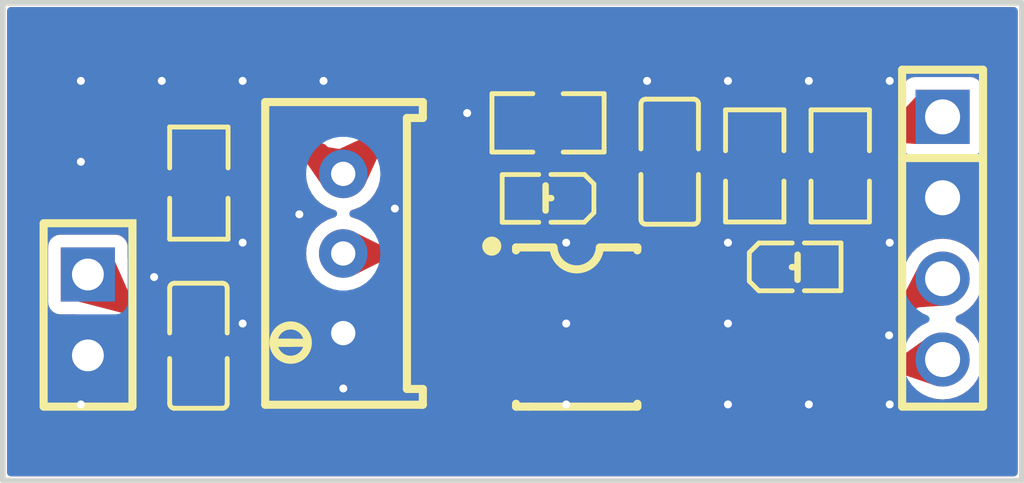
<source format=kicad_pcb>
(kicad_pcb (version 20240108) (generator "pcbnew") (generator_version "8.0")
  (layers (0 "F.Cu" signal) (31 "B.Cu" signal) (34 "B.Paste" user) (35 "F.Paste" user) (36 "B.SilkS" user "B.Silkscreen") (37 "F.SilkS" user "F.Silkscreen") (38 "B.Mask" user) (39 "F.Mask" user) (44 "Edge.Cuts" user))
  (net 0 "")
  (net 1 "GND")
  (net 2 "VCC")
  (net 6 "/LM393_INAP")
  (net 7 "/LED3_K")
  (net 8 "/LM393_OUTA")
  (net 9 "/LED2_K")
  (net 10 "/LM393_INAN")
  (footprint "jlc_library:Common_Library:R0805" (layer "F.Cu") (at 89.374916 65.23 90)
    (property "Reference" "R1" (hide yes))
    (property "Value" "10KΩ" (hide yes))
    (fp_line (start 1.761 -0.917) (end 0.476 -0.917) (stroke (width 0.1525)) (layer "F.SilkS"))
    (fp_line (start -1.761 -0.917) (end -0.476 -0.917) (stroke (width 0.1525)) (layer "F.SilkS"))
    (fp_line (start 1.761 0.917) (end 1.761 -0.917) (stroke (width 0.1525)) (layer "F.SilkS"))
    (fp_line (start 0.476 0.917) (end 1.761 0.917) (stroke (width 0.1525)) (layer "F.SilkS"))
    (fp_line (start -0.476 0.917) (end -1.761 0.917) (stroke (width 0.1525)) (layer "F.SilkS"))
    (fp_line (start -1.761 0.917) (end -1.761 -0.917) (stroke (width 0.1525)) (layer "F.SilkS"))
    (pad "1" smd rect (at -1 0 90) (size 1.1325 1.377) (layers "F.Cu" "F.Paste" "F.Mask") (net 6 "/LM393_INAP"))
    (pad "2" smd rect (at 1 0 90) (size 1.1325 1.377) (layers "F.Cu" "F.Paste" "F.Mask") (net 2 "VCC"))
  )
  (footprint "jlc_library:Common_Library:R0805" (layer "F.Cu") (at 106.831 64.69 90)
    (property "Reference" "R3" (hide yes))
    (property "Value" "10KΩ" (hide yes))
    (fp_line (start 1.761 -0.917) (end 0.476 -0.917) (stroke (width 0.1525)) (layer "F.SilkS"))
    (fp_line (start -1.761 -0.917) (end -0.476 -0.917) (stroke (width 0.1525)) (layer "F.SilkS"))
    (fp_line (start 1.761 0.917) (end 1.761 -0.917) (stroke (width 0.1525)) (layer "F.SilkS"))
    (fp_line (start 0.476 0.917) (end 1.761 0.917) (stroke (width 0.1525)) (layer "F.SilkS"))
    (fp_line (start -0.476 0.917) (end -1.761 0.917) (stroke (width 0.1525)) (layer "F.SilkS"))
    (fp_line (start -1.761 0.917) (end -1.761 -0.917) (stroke (width 0.1525)) (layer "F.SilkS"))
    (pad "1" smd rect (at -1 0 90) (size 1.1325 1.377) (layers "F.Cu" "F.Paste" "F.Mask") (net 8 "/LM393_OUTA"))
    (pad "2" smd rect (at 1 0 90) (size 1.1325 1.377) (layers "F.Cu" "F.Paste" "F.Mask") (net 2 "VCC"))
  )
  (footprint "jlc_library:Common_Library:RES-ADJ-TH_3P-L10.0-W10.0-P2.50-L" (layer "F.Cu") (at 93.908332 67.44 90)
    (property "Reference" "R2" (hide yes))
    (property "Value" "10kΩ" (hide yes))
    (fp_line (start -4.75 -2.45) (end 4.75 -2.45) (stroke (width 0.254)) (layer "F.SilkS"))
    (fp_line (start -4.75 -2.45) (end -4.75 2.45) (stroke (width 0.254)) (layer "F.SilkS"))
    (fp_line (start -2.804 -2.032) (end -2.804 -1.651) (stroke (width 0.254)) (layer "F.SilkS"))
    (fp_line (start -2.804 -1.651) (end -2.804 -2.032) (stroke (width 0.254)) (layer "F.SilkS"))
    (fp_line (start -2.804 -1.27) (end -2.804 -1.651) (stroke (width 0.254)) (layer "F.SilkS"))
    (fp_line (start 4.255 2) (end 4.255 2.5) (stroke (width 0.254)) (layer "F.SilkS"))
    (fp_line (start -4.255 2) (end 4.255 2) (stroke (width 0.254)) (layer "F.SilkS"))
    (fp_line (start 4.7555 2.45) (end 4.7555 -2.45) (stroke (width 0.254)) (layer "F.SilkS"))
    (fp_line (start -4.75 2.45) (end -4.75 2.5) (stroke (width 0.254)) (layer "F.SilkS"))
    (fp_line (start 4.7555 2.5) (end 4.7555 2.45) (stroke (width 0.254)) (layer "F.SilkS"))
    (fp_line (start 4.255 2.5) (end 4.7555 2.5) (stroke (width 0.254)) (layer "F.SilkS"))
    (fp_line (start -4.255 2.5) (end -4.255 2) (stroke (width 0.254)) (layer "F.SilkS"))
    (fp_line (start -4.75 2.5) (end -4.255 2.5) (stroke (width 0.254)) (layer "F.SilkS"))
    (fp_arc (start -2.794 -2.1895) (mid -2.799 -1.111477) (end -2.804 -2.1895) (stroke (width 0.254)) (layer "F.SilkS"))
    (pad "1" thru_hole circle (at -2.5 0 90) (size 1.524 1.524) (drill 0.762) (layers "*.Cu" "*.Mask") (net 1 "GND"))
    (pad "2" thru_hole circle (at 0 0 90) (size 1.524 1.524) (drill 0.762) (layers "*.Cu" "*.Mask") (net 10 "/LM393_INAN"))
    (pad "3" thru_hole circle (at 2.5 0 90) (size 1.524 1.524) (drill 0.762) (layers "*.Cu" "*.Mask") (net 2 "VCC"))
  )
  (footprint "jlc_library:Common_Library:C0805" (layer "F.Cu") (at 104.16 64.55775 -90)
    (property "Reference" "C2" (hide yes))
    (property "Value" "100nF/X7R" (hide yes))
    (fp_line (start -0.401 0.9035) (end -1.811 0.9035) (stroke (width 0.1525)) (layer "F.SilkS"))
    (fp_line (start 0.401 0.9035) (end 1.811 0.9035) (stroke (width 0.1525)) (layer "F.SilkS"))
    (fp_line (start -1.9635 0.751) (end -1.9635 -0.751) (stroke (width 0.1525)) (layer "F.SilkS"))
    (fp_line (start 1.9635 0.751) (end 1.9635 -0.751) (stroke (width 0.1525)) (layer "F.SilkS"))
    (fp_line (start -1.811 -0.9035) (end -0.401 -0.9035) (stroke (width 0.1525)) (layer "F.SilkS"))
    (fp_line (start 1.811 -0.9035) (end 0.401 -0.9035) (stroke (width 0.1525)) (layer "F.SilkS"))
    (fp_arc (start -1.811 0.9035) (mid -1.918834 0.858834) (end -1.9635 0.751) (stroke (width 0.1525)) (layer "F.SilkS"))
    (fp_arc (start 1.9635 0.751) (mid 1.918834 0.858834) (end 1.811 0.9035) (stroke (width 0.1525)) (layer "F.SilkS"))
    (fp_arc (start -1.9635 -0.751) (mid -1.918834 -0.858834) (end -1.811 -0.9035) (stroke (width 0.1525)) (layer "F.SilkS"))
    (fp_arc (start 1.811 -0.9035) (mid 1.918834 -0.858834) (end 1.9635 -0.751) (stroke (width 0.1525)) (layer "F.SilkS"))
    (pad "1" smd rect (at -1 0 270) (size 1.41 1.35) (layers "F.Cu" "F.Paste" "F.Mask") (net 1 "GND"))
    (pad "2" smd rect (at 1 0 270) (size 1.41 1.35) (layers "F.Cu" "F.Paste" "F.Mask") (net 2 "VCC"))
  )
  (footprint "jlc_library:Common_Library:LED0603-R-RD" (layer "F.Cu") (at 108.1 67.86)
    (property "Reference" "LED1" (hide yes))
    (property "Value" "~" (hide yes))
    (fp_line (start -1.44 -0.449) (end -1.14 -0.749) (stroke (width 0.15)) (layer "F.SilkS"))
    (fp_line (start -1.44 -0.349) (end -1.44 -0.449) (stroke (width 0.15)) (layer "F.SilkS"))
    (fp_line (start -1.44 -0.349) (end -1.44 0.351) (stroke (width 0.15)) (layer "F.SilkS"))
    (fp_line (start -1.44 0.351) (end -1.44 0.451) (stroke (width 0.15)) (layer "F.SilkS"))
    (fp_line (start -1.44 0.451) (end -1.14 0.751) (stroke (width 0.15)) (layer "F.SilkS"))
    (fp_line (start -0.09 -0.749) (end -1.14 -0.749) (stroke (width 0.15)) (layer "F.SilkS"))
    (fp_line (start -0.09 0.751) (end -1.14 0.751) (stroke (width 0.15)) (layer "F.SilkS"))
    (fp_line (start 0.076 0.008) (end -0.099 0.008) (stroke (width 0.203)) (layer "F.SilkS"))
    (fp_line (start 0.076 0.4065) (end 0.076 -0.381) (stroke (width 0.203)) (layer "F.SilkS"))
    (fp_line (start 0.29 -0.751) (end 1.44 -0.751) (stroke (width 0.15)) (layer "F.SilkS"))
    (fp_line (start 0.29 0.749) (end 1.44 0.749) (stroke (width 0.15)) (layer "F.SilkS"))
    (fp_line (start 1.44 -0.751) (end 1.44 0.729) (stroke (width 0.15)) (layer "F.SilkS"))
    (pad "1" smd rect (at 0.851 0 90) (size 0.8 0.8) (layers "F.Cu" "F.Paste" "F.Mask") (net 7 "/LED3_K"))
    (pad "2" smd rect (at -0.851 0 90) (size 0.8 0.8) (layers "F.Cu" "F.Paste" "F.Mask") (net 8 "/LM393_OUTA"))
  )
  (footprint "jlc_library:Common_Library:C0805" (layer "F.Cu") (at 89.361416 70.33725 90)
    (property "Reference" "C1" (hide yes))
    (property "Value" "100nF/X7R" (hide yes))
    (fp_line (start 1.811 -0.9035) (end 0.401 -0.9035) (stroke (width 0.1525)) (layer "F.SilkS"))
    (fp_line (start -1.811 -0.9035) (end -0.401 -0.9035) (stroke (width 0.1525)) (layer "F.SilkS"))
    (fp_line (start 1.9635 0.751) (end 1.9635 -0.751) (stroke (width 0.1525)) (layer "F.SilkS"))
    (fp_line (start -1.9635 0.751) (end -1.9635 -0.751) (stroke (width 0.1525)) (layer "F.SilkS"))
    (fp_line (start 0.401 0.9035) (end 1.811 0.9035) (stroke (width 0.1525)) (layer "F.SilkS"))
    (fp_line (start -0.401 0.9035) (end -1.811 0.9035) (stroke (width 0.1525)) (layer "F.SilkS"))
    (fp_arc (start 1.811 -0.9035) (mid 1.918834 -0.858834) (end 1.9635 -0.751) (stroke (width 0.1525)) (layer "F.SilkS"))
    (fp_arc (start -1.9635 -0.751) (mid -1.918834 -0.858834) (end -1.811 -0.9035) (stroke (width 0.1525)) (layer "F.SilkS"))
    (fp_arc (start 1.9635 0.751) (mid 1.918834 0.858834) (end 1.811 0.9035) (stroke (width 0.1525)) (layer "F.SilkS"))
    (fp_arc (start -1.811 0.9035) (mid -1.918834 0.858834) (end -1.9635 0.751) (stroke (width 0.1525)) (layer "F.SilkS"))
    (pad "1" smd rect (at -1 0 90) (size 1.41 1.35) (layers "F.Cu" "F.Paste" "F.Mask") (net 1 "GND"))
    (pad "2" smd rect (at 1 0 90) (size 1.41 1.35) (layers "F.Cu" "F.Paste" "F.Mask") (net 6 "/LM393_INAP"))
  )
  (footprint "jlc_library:Common_Library:R0805" (layer "F.Cu") (at 100.34 63.33875)
    (property "Reference" "R5" (hide yes))
    (property "Value" "1KΩ" (hide yes))
    (fp_line (start -1.761 -0.917) (end -0.476 -0.917) (stroke (width 0.1525)) (layer "F.SilkS"))
    (fp_line (start -1.761 0.917) (end -1.761 -0.917) (stroke (width 0.1525)) (layer "F.SilkS"))
    (fp_line (start -0.476 0.917) (end -1.761 0.917) (stroke (width 0.1525)) (layer "F.SilkS"))
    (fp_line (start 0.476 0.917) (end 1.761 0.917) (stroke (width 0.1525)) (layer "F.SilkS"))
    (fp_line (start 1.761 -0.917) (end 0.476 -0.917) (stroke (width 0.1525)) (layer "F.SilkS"))
    (fp_line (start 1.761 0.917) (end 1.761 -0.917) (stroke (width 0.1525)) (layer "F.SilkS"))
    (pad "1" smd rect (at -1 0) (size 1.1325 1.377) (layers "F.Cu" "F.Paste" "F.Mask") (net 9 "/LED2_K"))
    (pad "2" smd rect (at 1 0) (size 1.1325 1.377) (layers "F.Cu" "F.Paste" "F.Mask") (net 2 "VCC"))
  )
  (footprint "jlc_library:Common_Library:SOIC-8_L5.0-W4.0-P1.27-LS6.0-BL" (layer "F.Cu") (at 101.24 69.75 -90)
    (property "Reference" "U1" (hide yes))
    (property "Value" "~" (hide yes))
    (fp_line (start -2.5 1.905) (end -2.4085 1.905) (stroke (width 0.254)) (layer "F.SilkS"))
    (fp_line (start 2.5 1.905) (end 2.4085 1.905) (stroke (width 0.254)) (layer "F.SilkS"))
    (fp_line (start -2.5 1.5) (end -2.5 1.905) (stroke (width 0.254)) (layer "F.SilkS"))
    (fp_line (start -2.5 1.5) (end -2.5 0.7265) (stroke (width 0.254)) (layer "F.SilkS"))
    (fp_line (start 2.5 1.5) (end 2.5 1.905) (stroke (width 0.254)) (layer "F.SilkS"))
    (fp_line (start -2.5 -1.5) (end -2.5 -0.7265) (stroke (width 0.254)) (layer "F.SilkS"))
    (fp_line (start -2.5 -1.5) (end -2.5 -1.905) (stroke (width 0.254)) (layer "F.SilkS"))
    (fp_line (start 2.5 -1.5) (end 2.5 1.5) (stroke (width 0.254)) (layer "F.SilkS"))
    (fp_line (start 2.5 -1.5) (end 2.5 -1.905) (stroke (width 0.254)) (layer "F.SilkS"))
    (fp_line (start -2.5 -1.905) (end -2.4085 -1.905) (stroke (width 0.254)) (layer "F.SilkS"))
    (fp_line (start 2.5 -1.905) (end 2.4085 -1.905) (stroke (width 0.254)) (layer "F.SilkS"))
    (fp_arc (start -2.495 -0.7265) (mid -1.812112 0.002358) (end -2.5 0.7265) (stroke (width 0.254)) (layer "F.SilkS"))
    (fp_circle (center -2.54 2.667) (end -2.39 2.667) (stroke (width 0.3)) (fill none) (layer "F.SilkS"))
    (pad "1" smd oval (at -1.905 2.705 270) (size 0.5685 1.95) (layers "F.Cu" "F.Paste" "F.Mask") (net 8 "/LM393_OUTA"))
    (pad "2" smd oval (at -0.635 2.705 270) (size 0.5685 1.95) (layers "F.Cu" "F.Paste" "F.Mask") (net 10 "/LM393_INAN"))
    (pad "3" smd oval (at 0.635 2.705 270) (size 0.5685 1.95) (layers "F.Cu" "F.Paste" "F.Mask") (net 6 "/LM393_INAP"))
    (pad "4" smd oval (at 1.905 2.705 270) (size 0.5685 1.95) (layers "F.Cu" "F.Paste" "F.Mask") (net 1 "GND"))
    (pad "5" smd oval (at 1.905 -2.705 270) (size 0.5685 1.95) (layers "F.Cu" "F.Paste" "F.Mask"))
    (pad "6" smd oval (at 0.635 -2.705 270) (size 0.5685 1.95) (layers "F.Cu" "F.Paste" "F.Mask"))
    (pad "7" smd oval (at -0.635 -2.705 270) (size 0.5685 1.95) (layers "F.Cu" "F.Paste" "F.Mask"))
    (pad "8" smd oval (at -1.905 -2.705 270) (size 0.5685 1.95) (layers "F.Cu" "F.Paste" "F.Mask") (net 2 "VCC"))
  )
  (footprint "jlc_library:Common_Library:HDR-TH_2P-P2.54-V-F" (layer "F.Cu") (at 85.89 69.37 -90)
    (property "Reference" "H1" (hide yes))
    (property "Value" "~" (hide yes))
    (fp_rect (start -2.88 -1.4) (end 2.88 1.39) (stroke (width 0.254)) (fill none) (layer "F.SilkS"))
    (pad "1" thru_hole rect (at -1.27 0 270) (size 1.7 1.7) (drill 1) (layers "*.Cu" "*.Mask") (net 6 "/LM393_INAP"))
    (pad "2" thru_hole circle (at 1.27 0 270) (size 1.7 1.7) (drill 1) (layers "*.Cu" "*.Mask") (net 1 "GND"))
  )
  (footprint "jlc_library:Common_Library:LED0603-R-RD" (layer "F.Cu") (at 100.34 65.71 180)
    (property "Reference" "LED2" (hide yes))
    (property "Value" "~" (hide yes))
    (fp_line (start 1.44 -0.751) (end 1.44 0.729) (stroke (width 0.15)) (layer "F.SilkS"))
    (fp_line (start 0.29 0.749) (end 1.44 0.749) (stroke (width 0.15)) (layer "F.SilkS"))
    (fp_line (start 0.29 -0.751) (end 1.44 -0.751) (stroke (width 0.15)) (layer "F.SilkS"))
    (fp_line (start 0.076 0.4065) (end 0.076 -0.381) (stroke (width 0.203)) (layer "F.SilkS"))
    (fp_line (start 0.076 0.008) (end -0.099 0.008) (stroke (width 0.203)) (layer "F.SilkS"))
    (fp_line (start -0.09 0.751) (end -1.14 0.751) (stroke (width 0.15)) (layer "F.SilkS"))
    (fp_line (start -0.09 -0.749) (end -1.14 -0.749) (stroke (width 0.15)) (layer "F.SilkS"))
    (fp_line (start -1.44 0.451) (end -1.14 0.751) (stroke (width 0.15)) (layer "F.SilkS"))
    (fp_line (start -1.44 0.351) (end -1.44 0.451) (stroke (width 0.15)) (layer "F.SilkS"))
    (fp_line (start -1.44 -0.349) (end -1.44 0.351) (stroke (width 0.15)) (layer "F.SilkS"))
    (fp_line (start -1.44 -0.349) (end -1.44 -0.449) (stroke (width 0.15)) (layer "F.SilkS"))
    (fp_line (start -1.44 -0.449) (end -1.14 -0.749) (stroke (width 0.15)) (layer "F.SilkS"))
    (pad "1" smd rect (at 0.851 0 270) (size 0.8 0.8) (layers "F.Cu" "F.Paste" "F.Mask") (net 9 "/LED2_K"))
    (pad "2" smd rect (at -0.851 0 270) (size 0.8 0.8) (layers "F.Cu" "F.Paste" "F.Mask") (net 1 "GND"))
  )
  (footprint "jlc_library:Common_Library:R0805" (layer "F.Cu") (at 109.5155 64.69 90)
    (property "Reference" "R4" (hide yes))
    (property "Value" "1KΩ" (hide yes))
    (fp_line (start 1.761 -0.917) (end 0.476 -0.917) (stroke (width 0.1525)) (layer "F.SilkS"))
    (fp_line (start -1.761 -0.917) (end -0.476 -0.917) (stroke (width 0.1525)) (layer "F.SilkS"))
    (fp_line (start 1.761 0.917) (end 1.761 -0.917) (stroke (width 0.1525)) (layer "F.SilkS"))
    (fp_line (start 0.476 0.917) (end 1.761 0.917) (stroke (width 0.1525)) (layer "F.SilkS"))
    (fp_line (start -0.476 0.917) (end -1.761 0.917) (stroke (width 0.1525)) (layer "F.SilkS"))
    (fp_line (start -1.761 0.917) (end -1.761 -0.917) (stroke (width 0.1525)) (layer "F.SilkS"))
    (pad "1" smd rect (at -1 0 90) (size 1.1325 1.377) (layers "F.Cu" "F.Paste" "F.Mask") (net 7 "/LED3_K"))
    (pad "2" smd rect (at 1 0 90) (size 1.1325 1.377) (layers "F.Cu" "F.Paste" "F.Mask") (net 2 "VCC"))
  )
  (footprint "jlc_library:Common_Library:HDR-TH_4P-P2.54-V-F" (layer "F.Cu") (at 112.73 66.96 -90)
    (property "Reference" "H2" (hide yes))
    (property "Value" "~" (hide yes))
    (fp_line (start -5.29 1.27) (end 5.29 1.27) (stroke (width 0.254)) (layer "F.SilkS"))
    (fp_line (start -5.29 -1.27) (end -5.29 1.27) (stroke (width 0.254)) (layer "F.SilkS"))
    (fp_line (start -5.29 -1.27) (end 5.29 -1.27) (stroke (width 0.254)) (layer "F.SilkS"))
    (fp_line (start -2.5165 -1.27) (end -2.5165 1.27) (stroke (width 0.254)) (layer "F.SilkS"))
    (fp_line (start 5.29 -1.27) (end 5.29 1.27) (stroke (width 0.254)) (layer "F.SilkS"))
    (pad "1" thru_hole rect (at -3.81 0 270) (size 1.7 1.7) (drill 1.1) (layers "*.Cu" "*.Mask") (net 2 "VCC"))
    (pad "2" thru_hole circle (at -1.27 0 270) (size 1.7 1.7) (drill 1.1) (layers "*.Cu" "*.Mask") (net 1 "GND"))
    (pad "3" thru_hole circle (at 1.27 0 270) (size 1.7 1.7) (drill 1.1) (layers "*.Cu" "*.Mask") (net 8 "/LM393_OUTA"))
    (pad "4" thru_hole circle (at 3.81 0 270) (size 1.7 1.7) (drill 1.1) (layers "*.Cu" "*.Mask") (net 6 "/LM393_INAP"))
  )
  (gr_rect (start 83.22 59.57) (end 115.22 74.57) (stroke (width 0.18)) (fill none) (layer "Edge.Cuts"))
  (segment (start 95.623332 71.655) (end 98.535 71.655) (width 0.5) (layer "F.Cu") (net 1))
  (segment (start 89.361416 71.33725) (end 92.511082 71.33725) (width 0.5) (layer "F.Cu") (net 1))
  (segment (start 86.58725 71.33725) (end 85.89 70.64) (width 0.5) (layer "F.Cu") (net 1))
  (segment (start 92.511082 71.33725) (end 93.908332 69.94) (width 0.5) (layer "F.Cu") (net 1))
  (segment (start 93.908332 69.94) (end 95.623332 71.655) (width 0.5) (layer "F.Cu") (net 1))
  (segment (start 89.361416 71.33725) (end 86.58725 71.33725) (width 0.5) (layer "F.Cu") (net 1))
  (via (at 90.75 62.02) (size 0.45) (drill 0.25) (layers "F.Cu" "B.Cu") (net 1))
  (via (at 95.53 66.03) (size 0.45) (drill 0.25) (layers "F.Cu" "B.Cu") (net 1))
  (via (at 105.99 62.02) (size 0.45) (drill 0.25) (layers "F.Cu" "B.Cu") (net 1))
  (via (at 100.91 67.1) (size 0.45) (drill 0.25) (layers "F.Cu" "B.Cu") (net 1))
  (via (at 111.05 70.01) (size 0.45) (drill 0.25) (layers "F.Cu" "B.Cu") (net 1))
  (via (at 92.53 66.21) (size 0.45) (drill 0.25) (layers "F.Cu" "B.Cu") (net 1))
  (via (at 103.45 62.02) (size 0.45) (drill 0.25) (layers "F.Cu" "B.Cu") (net 1))
  (via (at 93.29 62.02) (size 0.45) (drill 0.25) (layers "F.Cu" "B.Cu") (net 1))
  (via (at 87.97 68.18) (size 0.45) (drill 0.25) (layers "F.Cu" "B.Cu") (net 1))
  (via (at 93.91 71.68) (size 0.45) (drill 0.25) (layers "F.Cu" "B.Cu") (net 1))
  (via (at 105.99 69.64) (size 0.45) (drill 0.25) (layers "F.Cu" "B.Cu") (net 1))
  (via (at 88.21 62.02) (size 0.45) (drill 0.25) (layers "F.Cu" "B.Cu") (net 1))
  (via (at 108.53 62.02) (size 0.45) (drill 0.25) (layers "F.Cu" "B.Cu") (net 1))
  (via (at 85.67 72.18) (size 0.45) (drill 0.25) (layers "F.Cu" "B.Cu") (net 1))
  (via (at 90.75 69.64) (size 0.45) (drill 0.25) (layers "F.Cu" "B.Cu") (net 1))
  (via (at 100.91 69.64) (size 0.45) (drill 0.25) (layers "F.Cu" "B.Cu") (net 1))
  (via (at 111.07 67.1) (size 0.45) (drill 0.25) (layers "F.Cu" "B.Cu") (net 1))
  (via (at 111.07 62.02) (size 0.45) (drill 0.25) (layers "F.Cu" "B.Cu") (net 1))
  (via (at 105.99 72.18) (size 0.45) (drill 0.25) (layers "F.Cu" "B.Cu") (net 1))
  (via (at 85.67 64.56) (size 0.45) (drill 0.25) (layers "F.Cu" "B.Cu") (net 1))
  (via (at 85.67 62.02) (size 0.45) (drill 0.25) (layers "F.Cu" "B.Cu") (net 1))
  (via (at 100.91 72.18) (size 0.45) (drill 0.25) (layers "F.Cu" "B.Cu") (net 1))
  (via (at 111.07 72.18) (size 0.45) (drill 0.25) (layers "F.Cu" "B.Cu") (net 1))
  (via (at 108.53 72.18) (size 0.45) (drill 0.25) (layers "F.Cu" "B.Cu") (net 1))
  (via (at 105.99 67.1) (size 0.45) (drill 0.25) (layers "F.Cu" "B.Cu") (net 1))
  (via (at 90.75 67.1) (size 0.45) (drill 0.25) (layers "F.Cu" "B.Cu") (net 1))
  (via (at 97.8 63.03) (size 0.45) (drill 0.25) (layers "F.Cu" "B.Cu") (net 1))
  (segment (start 104.16 67.63) (end 103.945 67.845) (width 0.5) (layer "F.Cu") (net 2))
  (segment (start 101.34 62.9) (end 100.11 61.67) (width 0.5) (layer "F.Cu") (net 2))
  (segment (start 106.55 63.69) (end 106.831 63.69) (width 0.5) (layer "F.Cu") (net 2))
  (segment (start 93.198332 64.23) (end 93.908332 64.94) (width 0.5) (layer "F.Cu") (net 2))
  (segment (start 89.374916 64.23) (end 93.198332 64.23) (width 0.5) (layer "F.Cu") (net 2))
  (segment (start 103.559 65.55775) (end 101.34 63.33875) (width 0.5) (layer "F.Cu") (net 2))
  (segment (start 106.831 63.69) (end 109.5155 63.69) (width 0.5) (layer "F.Cu") (net 2))
  (segment (start 104.68225 65.55775) (end 106.55 63.69) (width 0.5) (layer "F.Cu") (net 2))
  (segment (start 112.19 63.69) (end 112.73 63.15) (width 0.5) (layer "F.Cu") (net 2))
  (segment (start 104.16 65.55775) (end 104.16 67.63) (width 0.5) (layer "F.Cu") (net 2))
  (segment (start 101.34 63.33875) (end 101.34 62.9) (width 0.5) (layer "F.Cu") (net 2))
  (segment (start 100.11 61.67) (end 97.178332 61.67) (width 0.5) (layer "F.Cu") (net 2))
  (segment (start 109.5155 63.69) (end 112.19 63.69) (width 0.5) (layer "F.Cu") (net 2))
  (segment (start 97.178332 61.67) (end 93.908332 64.94) (width 0.5) (layer "F.Cu") (net 2))
  (segment (start 104.16 65.55775) (end 104.68225 65.55775) (width 0.5) (layer "F.Cu") (net 2))
  (segment (start 104.16 65.55775) (end 103.559 65.55775) (width 0.5) (layer "F.Cu") (net 2))
  (segment (start 96.1935 68.75) (end 97.8285 70.385) (width 0.18) (layer "F.Cu") (net 6))
  (segment (start 89.948666 68.75) (end 96.1935 68.75) (width 0.18) (layer "F.Cu") (net 6))
  (segment (start 89.361416 69.33725) (end 87.12725 69.33725) (width 0.18) (layer "F.Cu") (net 6))
  (segment (start 87.12725 69.33725) (end 85.89 68.1) (width 0.18) (layer "F.Cu") (net 6))
  (segment (start 89.361416 69.33725) (end 89.361416 66.2435) (width 0.18) (layer "F.Cu") (net 6))
  (segment (start 112.49 71.01) (end 100.17 71.01) (width 0.18) (layer "F.Cu") (net 6))
  (segment (start 97.8285 70.385) (end 98.535 70.385) (width 0.3) (layer "F.Cu") (net 6))
  (segment (start 99.545 70.385) (end 100.17 71.01) (width 0.18) (layer "F.Cu") (net 6))
  (segment (start 89.361416 69.33725) (end 89.948666 68.75) (width 0.18) (layer "F.Cu") (net 6))
  (segment (start 112.73 70.77) (end 112.49 71.01) (width 0.18) (layer "F.Cu") (net 6))
  (segment (start 89.361416 66.2435) (end 89.374916 66.23) (width 0.3) (layer "F.Cu") (net 6))
  (segment (start 98.535 70.385) (end 99.545 70.385) (width 0.18) (layer "F.Cu") (net 6))
  (segment (start 108.951 66.2545) (end 109.5155 65.69) (width 0.18) (layer "F.Cu") (net 7))
  (segment (start 108.951 67.86) (end 108.951 66.2545) (width 0.18) (layer "F.Cu") (net 7))
  (segment (start 111.88 69.08) (end 108.469 69.08) (width 0.18) (layer "F.Cu") (net 8))
  (segment (start 107.249 67.86) (end 106.639 68.47) (width 0.18) (layer "F.Cu") (net 8))
  (segment (start 107.24 67.851) (end 107.249 67.86) (width 0.18) (layer "F.Cu") (net 8))
  (segment (start 108.469 69.08) (end 107.249 67.86) (width 0.18) (layer "F.Cu") (net 8))
  (segment (start 107.24 66.099) (end 107.24 67.851) (width 0.18) (layer "F.Cu") (net 8))
  (segment (start 106.831 65.69) (end 107.24 66.099) (width 0.18) (layer "F.Cu") (net 8))
  (segment (start 100.19 68.47) (end 99.56 67.84) (width 0.18) (layer "F.Cu") (net 8))
  (segment (start 106.639 68.47) (end 100.19 68.47) (width 0.18) (layer "F.Cu") (net 8))
  (segment (start 112.73 68.23) (end 111.88 69.08) (width 0.18) (layer "F.Cu") (net 8))
  (segment (start 99.56 67.84) (end 98.54 67.84) (width 0.18) (layer "F.Cu") (net 8))
  (segment (start 98.54 67.84) (end 98.535 67.845) (width 0.18) (layer "F.Cu") (net 8))
  (segment (start 99.34 65.561) (end 99.489 65.71) (width 0.3) (layer "F.Cu") (net 9))
  (segment (start 99.34 63.33875) (end 99.34 65.561) (width 0.3) (layer "F.Cu") (net 9))
  (segment (start 95.97 67.44) (end 93.908332 67.44) (width 0.18) (layer "F.Cu") (net 10))
  (segment (start 98.535 69.115) (end 97.645 69.115) (width 0.3) (layer "F.Cu") (net 10))
  (segment (start 97.645 69.115) (end 95.97 67.44) (width 0.18) (layer "F.Cu") (net 10))
  (zone (net 1) (net_name "GND") (layers "F&B.Cu") (name "F_B_GND") (connect_pads yes (clearance 0.4)) (min_thickness 0.25) (fill yes (thermal_gap 0.5) (thermal_bridge_width 0.5))
    (polygon (pts (xy 83.22 59.57) (xy 83.22 74.57) (xy 115.22 74.57) (xy 115.22 59.57)))
  )
)
</source>
